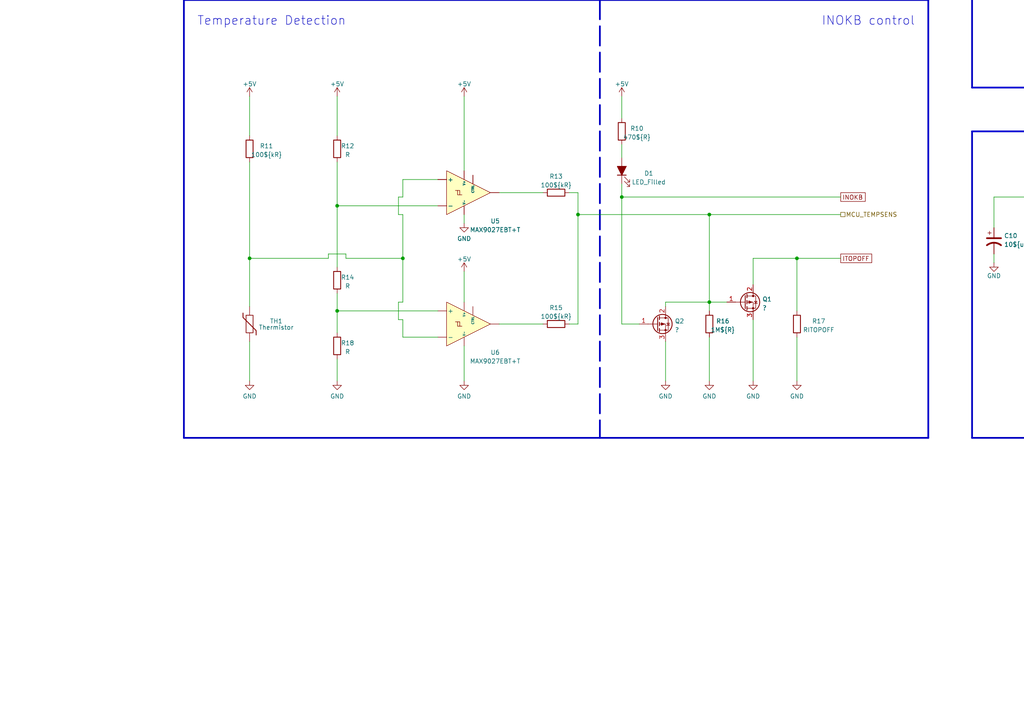
<source format=kicad_sch>
(kicad_sch (version 20211123) (generator eeschema)
  (paper "A4")
  (lib_symbols
    (symbol "0.Project:MAX77751CEFG+" (pin_names (offset 0.254))
      (property "Reference" "U" (at 12.7 -22.86 0))
      (property "Value" "MAX77751CEFG+" (at 12.7 -25.4 0))
      (symbol "MAX77751CEFG+_1_1"
        (rectangle (start 0 0) (end 25.4 -50.8) (fill (type background)))
        (pin unspecified line (at 27.94 -6.35 180) (length 2.54) (name "BST") (number "1"))
        (pin unspecified line (at 27.94 -31.75 180) (length 2.54) (name "SYS") (number "15"))
        (pin unspecified line (at 27.94 -31.75 180) (length 2.54) hide (name "SYS") (number "16"))
        (pin output line (at 27.94 -44.45 180) (length 2.54) (name "PVL") (number "17"))
        (pin power_in line (at 12.7 -53.34 90) (length 2.54) hide (name "PGND") (number "18"))
        (pin power_in line (at 12.7 -53.34 90) (length 2.54) (name "PGND") (number "19"))
        (pin unspecified line (at 27.94 -19.05 180) (length 2.54) (name "LX") (number "20"))
        (pin unspecified line (at 27.94 -19.05 180) (length 2.54) hide (name "LX") (number "21"))
        (pin output line (at -2.54 -6.35 0) (length 2.54) (name "BYP") (number "22"))
      )
      (symbol "MAX77751CEFG+_2_1"
        (rectangle (start 0 0) (end 25.4 -50.8) (fill (type background)))
        (pin power_in line (at 12.7 2.54 270) (length 2.54) (name "VDD") (number "10"))
        (pin unspecified line (at 27.94 -25.4 180) (length 2.54) (name "ITOPOFF") (number "11"))
        (pin unspecified line (at 27.94 -41.91 180) (length 2.54) (name "IFAST") (number "12"))
        (pin unspecified line (at 27.94 -12.7 180) (length 2.54) (name "BATT") (number "13"))
        (pin unspecified line (at 27.94 -12.7 180) (length 2.54) hide (name "BATT") (number "14"))
        (pin input line (at 27.94 -34.29 180) (length 2.54) (name "INOKB") (number "2"))
        (pin input line (at -2.54 -6.35 0) (length 2.54) (name "CHGIN") (number "23"))
        (pin input line (at -2.54 -6.35 0) (length 2.54) hide (name "CHGIN") (number "24"))
        (pin output line (at 27.94 -36.83 180) (length 2.54) (name "STAT") (number "3"))
        (pin unspecified line (at -2.54 -45.72 0) (length 2.54) (name "CC2") (number "4"))
        (pin unspecified line (at -2.54 -43.18 0) (length 2.54) (name "CC1") (number "5"))
        (pin output line (at -2.54 -24.13 0) (length 2.54) (name "DP") (number "6"))
        (pin output line (at -2.54 -26.67 0) (length 2.54) (name "DN") (number "7"))
        (pin input line (at 27.94 -39.37 180) (length 2.54) (name "ENBST") (number "8"))
        (pin power_in line (at 12.7 -53.34 90) (length 2.54) (name "GND") (number "9"))
      )
    )
    (symbol "0.Project:MAX9027EBT+T" (pin_numbers hide) (pin_names (offset 0.254))
      (property "Reference" "U" (at 0 0 0))
      (property "Value" "MAX9027EBT+T" (at 0 0 0))
      (symbol "MAX9027EBT+T_0_1"
        (polyline (pts (xy 3.175 -5.715) (xy 3.81 -5.715) (xy 3.81 -6.985)))
        (polyline (pts (xy 2.54 -5.715) (xy 3.175 -5.715) (xy 3.175 -6.985) (xy 4.445 -6.985)))
      )
      (symbol "MAX9027EBT+T_1_1"
        (polyline (pts (xy 0 -12.7) (xy 0 0) (xy 12.7 -6.35) (xy 0 -12.7)) (fill (type background)))
        (pin input line (at 7.62 -1.27 270) (length 2.54) (name "CTRL") (number "14"))
        (pin power_in line (at 5.08 0 270) (length 2.54) (name "V+") (number "A1"))
        (pin output line (at 15.24 -6.35 180) (length 2.54) (name "") (number "A2"))
        (pin power_in line (at 5.08 -12.7 90) (length 2.54) (name "V-") (number "A3"))
        (pin input line (at -2.54 -2.54 0) (length 2.54) (name "+") (number "B1"))
        (pin power_in line (at 5.08 -12.7 90) (length 2.54) hide (name "V-") (number "B2"))
        (pin input line (at -2.54 -10.16 0) (length 2.54) (name "-") (number "B3"))
      )
    )
    (symbol "1.Inductors.L_SRN_LAB2:L_SRN_2016_2010-R47M" (pin_numbers hide) (pin_names (offset 1.016) hide)
      (property "Reference" "L" (at -1.27 0 90))
      (property "Value" "L_SRN_2016_2010-R47M" (at 2.794 0 90))
      (symbol "L_SRN_2016_2010-R47M_0_1"
        (arc (start 0 -2.54) (mid 0.635 -1.905) (end 0 -1.27))
        (arc (start 0 -1.27) (mid 0.635 -0.635) (end 0 0))
        (polyline (pts (xy 1.016 -2.794) (xy 1.016 -2.286)))
        (polyline (pts (xy 1.016 -1.778) (xy 1.016 -1.27)))
        (polyline (pts (xy 1.016 -0.762) (xy 1.016 -0.254)))
        (polyline (pts (xy 1.016 0.254) (xy 1.016 0.762)))
        (polyline (pts (xy 1.016 1.27) (xy 1.016 1.778)))
        (polyline (pts (xy 1.016 2.286) (xy 1.016 2.794)))
        (polyline (pts (xy 1.524 -2.286) (xy 1.524 -2.794)))
        (polyline (pts (xy 1.524 -1.27) (xy 1.524 -1.778)))
        (polyline (pts (xy 1.524 -0.254) (xy 1.524 -0.762)))
        (polyline (pts (xy 1.524 0.762) (xy 1.524 0.254)))
        (polyline (pts (xy 1.524 1.778) (xy 1.524 1.27)))
        (polyline (pts (xy 1.524 2.794) (xy 1.524 2.286)))
        (arc (start 0 0) (mid 0.635 0.635) (end 0 1.27))
        (arc (start 0 1.27) (mid 0.635 1.905) (end 0 2.54))
      )
      (symbol "L_SRN_2016_2010-R47M_1_1"
        (pin passive line (at 0 3.81 270) (length 1.27) (name "1") (number "1"))
        (pin passive line (at 0 -3.81 90) (length 1.27) (name "2") (number "2"))
      )
    )
    (symbol "4ms_Connector:TestPoint" (pin_numbers hide) (pin_names (offset 0.762) hide)
      (property "Reference" "TP" (at 0 6.858 0))
      (property "Value" "TestPoint" (at 0 5.08 0))
      (symbol "TestPoint_0_1"
        (circle (center 0 3.302) (radius 0.762))
      )
      (symbol "TestPoint_1_1"
        (pin passive line (at 0 0 90) (length 2.54) (name "1") (number "1"))
      )
    )
    (symbol "4ms_Power-symbol:GND" (power) (pin_names (offset 0))
      (property "Value" "GND" (at 0 -3.81 0))
      (symbol "GND_0_1"
        (polyline (pts (xy 0 0) (xy 0 -1.27) (xy 1.27 -1.27) (xy 0 -2.54) (xy -1.27 -1.27) (xy 0 -1.27)))
      )
      (symbol "GND_1_1"
        (pin power_in line (at 0 0 270) (length 0) hide (name "GND") (number "1"))
      )
    )
    (symbol "4ms_Power-symbol:PWR_FLAG" (power) (pin_numbers hide) (pin_names (offset 0) hide)
      (property "Value" "PWR_FLAG" (at 0 3.81 0))
      (symbol "PWR_FLAG_0_0"
        (pin power_out line (at 0 0 90) (length 0) (name "pwr") (number "1"))
      )
      (symbol "PWR_FLAG_0_1"
        (polyline (pts (xy 0 0) (xy 0 1.27) (xy -1.016 1.905) (xy 0 2.54) (xy 1.016 1.905) (xy 0 1.27)))
      )
    )
    (symbol "4ms_Transistor:PMOS_IRF5305PBF" (pin_names (offset 0) hide)
      (property "Reference" "Q" (at 5.08 1.27 0))
      (property "Value" "PMOS_IRF5305PBF" (at 5.08 -1.27 0))
      (symbol "PMOS_IRF5305PBF_0_1"
        (polyline (pts (xy 0.254 0) (xy -2.54 0)))
        (polyline (pts (xy 0.254 1.905) (xy 0.254 -1.905)) (stroke (width 0.254)))
        (polyline (pts (xy 0.762 -1.27) (xy 0.762 -2.286)) (stroke (width 0.254)))
        (polyline (pts (xy 0.762 0.508) (xy 0.762 -0.508)) (stroke (width 0.254)))
        (polyline (pts (xy 0.762 2.286) (xy 0.762 1.27)) (stroke (width 0.254)))
        (polyline (pts (xy 2.54 2.54) (xy 2.54 1.778)))
        (polyline (pts (xy 2.54 -2.54) (xy 2.54 0) (xy 0.762 0)))
        (polyline (pts (xy 0.762 1.778) (xy 3.302 1.778) (xy 3.302 -1.778) (xy 0.762 -1.778)))
        (polyline (pts (xy 2.286 0) (xy 1.27 0.381) (xy 1.27 -0.381) (xy 2.286 0)) (fill (type outline)))
        (polyline (pts (xy 2.794 -0.508) (xy 2.921 -0.381) (xy 3.683 -0.381) (xy 3.81 -0.254)))
        (polyline (pts (xy 3.302 -0.381) (xy 2.921 0.254) (xy 3.683 0.254) (xy 3.302 -0.381)))
        (circle (center 1.651 0) (radius 2.794) (stroke (width 0.254)))
        (circle (center 2.54 -1.778) (radius 0.254) (fill (type outline)))
        (circle (center 2.54 1.778) (radius 0.254) (fill (type outline)))
      )
      (symbol "PMOS_IRF5305PBF_1_1"
        (pin input line (at -5.08 0 0) (length 2.54) (name "G") (number "1"))
        (pin passive line (at 2.54 5.08 270) (length 2.54) (name "D") (number "2"))
        (pin passive line (at 2.54 -5.08 90) (length 2.54) (name "S") (number "3"))
      )
    )
    (symbol "Battery_Management:LTC2942"
      (property "Reference" "U" (at -10.16 6.35 0))
      (property "Value" "LTC2942" (at 10.16 6.35 0))
      (symbol "LTC2942_0_1"
        (rectangle (start -10.16 5.08) (end 10.16 -5.08) (stroke (width 0.254)) (fill (type background)))
      )
      (symbol "LTC2942_1_1"
        (pin passive line (at 12.7 2.54 180) (length 2.54) (name "SENSE+") (number "1"))
        (pin power_in line (at 0 -7.62 90) (length 2.54) (name "GND") (number "2"))
        (pin input line (at -12.7 0 0) (length 2.54) (name "SCL") (number "3"))
        (pin bidirectional line (at -12.7 -2.54 0) (length 2.54) (name "SDA") (number "4"))
        (pin bidirectional line (at -12.7 2.54 0) (length 2.54) (name "~{AL}/CC") (number "5"))
        (pin passive line (at 12.7 -2.54 180) (length 2.54) (name "SENSE-") (number "6"))
      )
    )
    (symbol "Device:Battery_Cell" (pin_numbers hide) (pin_names (offset 0) hide)
      (property "Reference" "BT" (at 2.54 2.54 0))
      (property "Value" "Battery_Cell" (at 2.54 0 0))
      (symbol "Battery_Cell_0_1"
        (rectangle (start -2.286 1.778) (end 2.286 1.524) (fill (type outline)))
        (rectangle (start -1.5748 1.1938) (end 1.4732 0.6858) (fill (type outline)))
        (polyline (pts (xy 0 0.762) (xy 0 0)))
        (polyline (pts (xy 0 1.778) (xy 0 2.54)))
        (polyline (pts (xy 0.508 3.429) (xy 1.524 3.429)) (stroke (width 0.254)))
        (polyline (pts (xy 1.016 3.937) (xy 1.016 2.921)) (stroke (width 0.254)))
      )
      (symbol "Battery_Cell_1_1"
        (pin passive line (at 0 5.08 270) (length 2.54) (name "+") (number "1"))
        (pin passive line (at 0 -2.54 90) (length 2.54) (name "-") (number "2"))
      )
    )
    (symbol "Device:C" (pin_numbers hide) (pin_names (offset 0.254))
      (property "Reference" "C" (at 0.635 2.54 0))
      (property "Value" "C" (at 0.635 -2.54 0))
      (symbol "C_0_1"
        (polyline (pts (xy -2.032 -0.762) (xy 2.032 -0.762)) (stroke (width 0.508)))
        (polyline (pts (xy -2.032 0.762) (xy 2.032 0.762)) (stroke (width 0.508)))
      )
      (symbol "C_1_1"
        (pin passive line (at 0 3.81 270) (length 2.794) (name "~") (number "1"))
        (pin passive line (at 0 -3.81 90) (length 2.794) (name "~") (number "2"))
      )
    )
    (symbol "Device:C_Polarized_US" (pin_numbers hide) (pin_names (offset 0.254) hide)
      (property "Reference" "C" (at 0.635 2.54 0))
      (property "Value" "C_Polarized_US" (at 0.635 -2.54 0))
      (symbol "C_Polarized_US_0_1"
        (polyline (pts (xy -2.032 0.762) (xy 2.032 0.762)) (stroke (width 0.508)))
        (polyline (pts (xy -1.778 2.286) (xy -0.762 2.286)))
        (polyline (pts (xy -1.27 1.778) (xy -1.27 2.794)))
        (arc (start 2.032 -1.27) (mid 0 -0.5572) (end -2.032 -1.27) (stroke (width 0.508)))
      )
      (symbol "C_Polarized_US_1_1"
        (pin passive line (at 0 3.81 270) (length 2.794) (name "~") (number "1"))
        (pin passive line (at 0 -3.81 90) (length 3.302) (name "~") (number "2"))
      )
    )
    (symbol "Device:LED_Filled" (pin_numbers hide) (pin_names (offset 1.016) hide)
      (property "Reference" "D" (at 0 2.54 0))
      (property "Value" "LED_Filled" (at 0 -2.54 0))
      (symbol "LED_Filled_0_1"
        (polyline (pts (xy -1.27 -1.27) (xy -1.27 1.27)) (stroke (width 0.254)))
        (polyline (pts (xy -1.27 0) (xy 1.27 0)))
        (polyline (pts (xy 1.27 -1.27) (xy 1.27 1.27) (xy -1.27 0) (xy 1.27 -1.27)) (stroke (width 0.254)) (fill (type outline)))
        (polyline (pts (xy -3.048 -0.762) (xy -4.572 -2.286) (xy -3.81 -2.286) (xy -4.572 -2.286) (xy -4.572 -1.524)))
        (polyline (pts (xy -1.778 -0.762) (xy -3.302 -2.286) (xy -2.54 -2.286) (xy -3.302 -2.286) (xy -3.302 -1.524)))
      )
      (symbol "LED_Filled_1_1"
        (pin passive line (at -3.81 0 0) (length 2.54) (name "K") (number "1"))
        (pin passive line (at 3.81 0 180) (length 2.54) (name "A") (number "2"))
      )
    )
    (symbol "Device:R" (pin_numbers hide) (pin_names (offset 0))
      (property "Reference" "R" (at 2.032 0 90))
      (property "Value" "R" (at 0 0 90))
      (symbol "R_0_1"
        (rectangle (start -1.016 -2.54) (end 1.016 2.54) (stroke (width 0.254)))
      )
      (symbol "R_1_1"
        (pin passive line (at 0 3.81 270) (length 1.27) (name "~") (number "1"))
        (pin passive line (at 0 -3.81 90) (length 1.27) (name "~") (number "2"))
      )
    )
    (symbol "Device:Thermistor" (pin_numbers hide) (pin_names (offset 0))
      (property "Reference" "TH" (at 2.54 1.27 90))
      (property "Value" "Thermistor" (at -2.54 0 90))
      (symbol "Thermistor_0_1"
        (rectangle (start -1.016 2.54) (end 1.016 -2.54) (stroke (width 0.2032)))
        (polyline (pts (xy -1.905 3.175) (xy -1.905 1.905) (xy 1.905 -1.905) (xy 1.905 -3.175) (xy 1.905 -3.175)) (stroke (width 0.254)))
      )
      (symbol "Thermistor_1_1"
        (pin passive line (at 0 5.08 270) (length 2.54) (name "~") (number "1"))
        (pin passive line (at 0 -5.08 90) (length 2.54) (name "~") (number "2"))
      )
    )
    (symbol "MAX77751CEFG+_1" (pin_names (offset 0.254))
      (property "Reference" "U" (at 12.7 -22.86 0))
      (property "Value" "MAX77751CEFG+_1" (at 12.7 -25.4 0))
      (symbol "MAX77751CEFG+_1_1_1"
        (rectangle (start 0 0) (end 25.4 -50.8) (fill (type background)))
        (pin unspecified line (at 27.94 -6.35 180) (length 2.54) (name "BST") (number "1"))
        (pin unspecified line (at 27.94 -31.75 180) (length 2.54) (name "SYS") (number "15"))
        (pin unspecified line (at 27.94 -31.75 180) (length 2.54) hide (name "SYS") (number "16"))
        (pin output line (at 27.94 -44.45 180) (length 2.54) (name "PVL") (number "17"))
        (pin power_in line (at 12.7 -53.34 90) (length 2.54) hide (name "PGND") (number "18"))
        (pin power_in line (at 12.7 -53.34 90) (length 2.54) (name "PGND") (number "19"))
        (pin unspecified line (at 27.94 -19.05 180) (length 2.54) (name "LX") (number "20"))
        (pin unspecified line (at 27.94 -19.05 180) (length 2.54) hide (name "LX") (number "21"))
        (pin output line (at -2.54 -6.35 0) (length 2.54) (name "BYP") (number "22"))
      )
      (symbol "MAX77751CEFG+_1_2_1"
        (rectangle (start 0 0) (end 25.4 -50.8) (fill (type background)))
        (pin power_in line (at 12.7 2.54 270) (length 2.54) (name "VDD") (number "10"))
        (pin unspecified line (at 27.94 -25.4 180) (length 2.54) (name "ITOPOFF") (number "11"))
        (pin unspecified line (at 27.94 -41.91 180) (length 2.54) (name "IFAST") (number "12"))
        (pin unspecified line (at 27.94 -12.7 180) (length 2.54) (name "BATT") (number "13"))
        (pin unspecified line (at 27.94 -12.7 180) (length 2.54) hide (name "BATT") (number "14"))
        (pin input line (at 27.94 -34.29 180) (length 2.54) (name "INOKB") (number "2"))
        (pin input line (at -2.54 -6.35 0) (length 2.54) (name "CHGIN") (number "23"))
        (pin input line (at -2.54 -6.35 0) (length 2.54) hide (name "CHGIN") (number "24"))
        (pin output line (at 27.94 -36.83 180) (length 2.54) (name "STAT") (number "3"))
        (pin unspecified line (at -2.54 -45.72 0) (length 2.54) (name "CC2") (number "4"))
        (pin unspecified line (at -2.54 -43.18 0) (length 2.54) (name "CC1") (number "5"))
        (pin output line (at -2.54 -22.86 0) (length 2.54) (name "DP") (number "6"))
        (pin output line (at -2.54 -27.94 0) (length 2.54) (name "DN") (number "7"))
        (pin input line (at 27.94 -39.37 180) (length 2.54) (name "ENBST") (number "8"))
        (pin power_in line (at 12.7 -53.34 90) (length 2.54) (name "GND") (number "9"))
      )
    )
    (symbol "MAX9027EBT+T_1" (pin_numbers hide) (pin_names (offset 0.254))
      (property "Reference" "U" (at 0 0 0))
      (property "Value" "MAX9027EBT+T_1" (at 0 0 0))
      (symbol "MAX9027EBT+T_1_0_1"
        (polyline (pts (xy 3.175 -5.715) (xy 3.81 -5.715) (xy 3.81 -6.985)))
        (polyline (pts (xy 2.54 -5.715) (xy 3.175 -5.715) (xy 3.175 -6.985) (xy 4.445 -6.985)))
      )
      (symbol "MAX9027EBT+T_1_1_1"
        (polyline (pts (xy 0 -12.7) (xy 0 0) (xy 12.7 -6.35) (xy 0 -12.7)) (fill (type background)))
        (pin input line (at 7.62 -1.27 270) (length 2.54) (name "CTRL") (number "14"))
        (pin power_in line (at 5.08 0 270) (length 2.54) (name "V+") (number "A1"))
        (pin output line (at 15.24 -6.35 180) (length 2.54) (name "") (number "A2"))
        (pin power_in line (at 5.08 -12.7 90) (length 2.54) (name "V-") (number "A3"))
        (pin input line (at -2.54 -2.54 0) (length 2.54) (name "+") (number "B1"))
        (pin power_in line (at 5.08 -12.7 90) (length 2.54) hide (name "V-") (number "B2"))
        (pin input line (at -2.54 -10.16 0) (length 2.54) (name "-") (number "B3"))
      )
    )
    (symbol "power:+5V" (power) (pin_names (offset 0))
      (property "Value" "+5V" (at 0 3.556 0))
      (symbol "+5V_0_1"
        (polyline (pts (xy -0.762 1.27) (xy 0 2.54)))
        (polyline (pts (xy 0 0) (xy 0 2.54)))
        (polyline (pts (xy 0 2.54) (xy 0.762 1.27)))
      )
      (symbol "+5V_1_1"
        (pin power_in line (at 0 0 90) (length 0) hide (name "+5V") (number "1"))
      )
    )
    (symbol "power:+BATT" (power) (pin_names (offset 0))
      (property "Value" "+BATT" (at 0 3.556 0))
      (symbol "+BATT_0_1"
        (polyline (pts (xy -0.762 1.27) (xy 0 2.54)))
        (polyline (pts (xy 0 0) (xy 0 2.54)))
        (polyline (pts (xy 0 2.54) (xy 0.762 1.27)))
      )
      (symbol "+BATT_1_1"
        (pin power_in line (at 0 0 90) (length 0) hide (name "+BATT") (number "1"))
      )
    )
    (symbol "power:GND" (power) (pin_names (offset 0))
      (property "Value" "GND" (at 0 -3.81 0))
      (symbol "GND_0_1"
        (polyline (pts (xy 0 0) (xy 0 -1.27) (xy 1.27 -1.27) (xy 0 -2.54) (xy -1.27 -1.27) (xy 0 -1.27)))
      )
      (symbol "GND_1_1"
        (pin power_in line (at 0 0 270) (length 0) hide (name "GND") (number "1"))
      )
    )
    (symbol "power:VBUS" (power) (pin_names (offset 0))
      (property "Value" "VBUS" (at 0 3.81 0))
      (symbol "VBUS_0_1"
        (polyline (pts (xy -0.762 1.27) (xy 0 2.54)))
        (polyline (pts (xy 0 0) (xy 0 2.54)))
        (polyline (pts (xy 0 2.54) (xy 0.762 1.27)))
      )
      (symbol "VBUS_1_1"
        (pin power_in line (at 0 0 90) (length 0) hide (name "VBUS") (number "1"))
      )
    )
  )
  (junction (at 72.39 74.93))
  (junction (at 205.74 62.23))
  (junction (at 231.14 74.93))
  (junction (at 377.19 82.55))
  (junction (at 370.84 82.55))
  (junction (at 116.84 74.93))
  (junction (at 205.74 87.63))
  (junction (at 250.19 -52.07))
  (junction (at 180.34 57.15))
  (junction (at 167.64 62.23))
  (junction (at 370.84 69.85))
  (junction (at 370.84 -63.5))
  (junction (at 97.79 59.69))
  (junction (at 250.19 -64.77))
  (junction (at 389.89 82.55))
  (junction (at 300.99 57.15))
  (junction (at 396.24 82.55))
  (junction (at 97.79 90.17))
  (junction (at 313.69 -63.5))
  (no_connect (at 330.2 -22.86))
  (no_connect (at 330.2 -27.94))
  (polyline (pts (xy 193.04 -101.6) (xy 193.04 -12.7)) (stroke (width 0.508) (type solid)))
  (wire (pts (xy 396.24 82.55) (xy 408.94 82.55)))
  (wire (pts (xy 370.84 3.81) (xy 370.84 10.16)))
  (polyline (pts (xy 269.24 -12.7) (xy 269.24 -101.6)) (stroke (width 0.508) (type solid)))
  (wire (pts (xy 97.79 27.94) (xy 97.79 39.37)))
  (wire (pts (xy 72.39 74.93) (xy 72.39 88.9)))
  (wire (pts (xy 97.79 59.69) (xy 127 59.69)))
  (polyline (pts (xy 53.34 127) (xy 269.24 127)) (stroke (width 0.508) (type solid)))
  (wire (pts (xy 115.57 57.15) (xy 115.57 62.23)))
  (wire (pts (xy 116.84 62.23) (xy 116.84 74.93)))
  (wire (pts (xy 165.1 93.98) (xy 167.64 93.98)))
  (wire (pts (xy 360.68 -11.43) (xy 383.54 -11.43)))
  (wire (pts (xy 218.44 82.55) (xy 218.44 74.93)))
  (wire (pts (xy 116.84 92.71) (xy 116.84 97.79)))
  (wire (pts (xy 116.84 74.93) (xy 116.84 87.63)))
  (polyline (pts (xy 269.24 127) (xy 269.24 0)) (stroke (width 0.508) (type solid)))
  (wire (pts (xy 127 90.17) (xy 97.79 90.17)))
  (wire (pts (xy 218.44 92.71) (xy 218.44 110.49)))
  (wire (pts (xy 115.57 62.23) (xy 116.84 62.23)))
  (wire (pts (xy 97.79 104.14) (xy 97.79 110.49)))
  (wire (pts (xy 134.62 62.23) (xy 134.62 64.77)))
  (wire (pts (xy 97.79 59.69) (xy 97.79 77.47)))
  (wire (pts (xy 377.19 91.44) (xy 377.19 82.55)))
  (wire (pts (xy 300.99 73.66) (xy 300.99 76.2)))
  (wire (pts (xy 231.14 74.93) (xy 231.14 90.17)))
  (wire (pts (xy 116.84 87.63) (xy 115.57 87.63)))
  (polyline (pts (xy 421.64 -101.6) (xy 281.94 -101.6)) (stroke (width 0.508) (type solid)))
  (wire (pts (xy 218.44 74.93) (xy 231.14 74.93)))
  (wire (pts (xy 320.04 -60.96) (xy 320.04 -63.5)))
  (wire (pts (xy 157.48 93.98) (xy 144.78 93.98)))
  (wire (pts (xy 246.38 -60.96) (xy 241.3 -60.96)))
  (wire (pts (xy 383.54 10.16) (xy 383.54 -11.43)))
  (wire (pts (xy 389.89 99.06) (xy 389.89 106.68)))
  (wire (pts (xy 377.19 82.55) (xy 389.89 82.55)))
  (wire (pts (xy 396.24 78.74) (xy 396.24 82.55)))
  (wire (pts (xy 250.19 -74.93) (xy 250.19 -64.77)))
  (wire (pts (xy 350.52 95.25) (xy 350.52 88.9)))
  (wire (pts (xy 205.74 62.23) (xy 243.84 62.23)))
  (wire (pts (xy 97.79 46.99) (xy 97.79 59.69)))
  (wire (pts (xy 370.84 -73.66) (xy 370.84 -63.5)))
  (wire (pts (xy 231.14 74.93) (xy 243.84 74.93)))
  (wire (pts (xy 320.04 -63.5) (xy 313.69 -63.5)))
  (wire (pts (xy 377.19 -63.5) (xy 370.84 -63.5)))
  (wire (pts (xy 350.52 88.9) (xy 364.49 88.9)))
  (wire (pts (xy 300.99 57.15) (xy 317.5 57.15)))
  (wire (pts (xy 157.48 55.88) (xy 144.78 55.88)))
  (wire (pts (xy 377.19 -60.96) (xy 377.19 -63.5)))
  (wire (pts (xy 370.84 72.39) (xy 370.84 69.85)))
  (wire (pts (xy 116.84 97.79) (xy 127 97.79)))
  (polyline (pts (xy 269.24 -101.6) (xy 193.04 -101.6)) (stroke (width 0.508) (type solid)))
  (wire (pts (xy 370.84 -8.89) (xy 370.84 -3.81)))
  (wire (pts (xy 72.39 46.99) (xy 72.39 74.93)))
  (wire (pts (xy 72.39 99.06) (xy 72.39 110.49)))
  (wire (pts (xy 408.94 78.74) (xy 408.94 82.55)))
  (wire (pts (xy 134.62 78.74) (xy 134.62 87.63)))
  (wire (pts (xy 347.98 95.25) (xy 350.52 95.25)))
  (wire (pts (xy 193.04 99.06) (xy 193.04 110.49)))
  (wire (pts (xy 364.49 99.06) (xy 364.49 106.68)))
  (wire (pts (xy 100.33 74.93) (xy 100.33 73.66)))
  (wire (pts (xy 370.84 -38.1) (xy 360.68 -38.1)))
  (wire (pts (xy 389.89 82.55) (xy 396.24 82.55)))
  (polyline (pts (xy 421.64 127) (xy 421.64 38.1)) (stroke (width 0.508) (type solid)))
  (wire (pts (xy 370.84 67.31) (xy 370.84 69.85)))
  (wire (pts (xy 250.19 -52.07) (xy 246.38 -55.88)))
  (polyline (pts (xy 53.34 0) (xy 269.24 0)) (stroke (width 0.508) (type solid)))
  (wire (pts (xy 370.84 -63.5) (xy 370.84 -38.1)))
  (wire (pts (xy 313.69 -44.45) (xy 330.2 -44.45)))
  (polyline (pts (xy 421.64 38.1) (xy 281.94 38.1)) (stroke (width 0.508) (type solid)))
  (wire (pts (xy 165.1 55.88) (xy 167.64 55.88)))
  (wire (pts (xy 205.74 87.63) (xy 205.74 90.17)))
  (wire (pts (xy 246.38 -55.88) (xy 241.3 -55.88)))
  (wire (pts (xy 370.84 59.69) (xy 370.84 57.15)))
  (wire (pts (xy 347.98 57.15) (xy 370.84 57.15)))
  (wire (pts (xy 250.19 -64.77) (xy 250.19 -62.23)))
  (wire (pts (xy 377.19 106.68) (xy 377.19 99.06)))
  (wire (pts (xy 313.69 -63.5) (xy 313.69 -44.45)))
  (wire (pts (xy 360.68 -25.4) (xy 383.54 -25.4)))
  (wire (pts (xy 347.98 82.55) (xy 370.84 82.55)))
  (wire (pts (xy 250.19 -64.77) (xy 246.38 -60.96)))
  (wire (pts (xy 116.84 57.15) (xy 115.57 57.15)))
  (polyline (pts (xy 281.94 127) (xy 421.64 127)) (stroke (width 0.508) (type solid)))
  (wire (pts (xy 360.68 -8.89) (xy 370.84 -8.89)))
  (polyline (pts (xy 193.04 -12.7) (xy 269.24 -12.7)) (stroke (width 0.508) (type solid)))
  (wire (pts (xy 180.34 41.91) (xy 180.34 45.72)))
  (wire (pts (xy 288.29 57.15) (xy 300.99 57.15)))
  (wire (pts (xy 313.69 -73.66) (xy 313.69 -63.5)))
  (wire (pts (xy 127 52.07) (xy 116.84 52.07)))
  (wire (pts (xy 180.34 93.98) (xy 185.42 93.98)))
  (wire (pts (xy 360.68 -16.51) (xy 383.54 -16.51)))
  (wire (pts (xy 231.14 97.79) (xy 231.14 110.49)))
  (polyline (pts (xy 281.94 38.1) (xy 281.94 127)) (stroke (width 0.508) (type solid)))
  (wire (pts (xy 180.34 57.15) (xy 243.84 57.15)))
  (wire (pts (xy 134.62 100.33) (xy 134.62 110.49)))
  (wire (pts (xy 370.84 82.55) (xy 370.84 80.01)))
  (wire (pts (xy 360.68 -13.97) (xy 383.54 -13.97)))
  (wire (pts (xy 364.49 88.9) (xy 364.49 91.44)))
  (wire (pts (xy 167.64 93.98) (xy 167.64 62.23)))
  (wire (pts (xy 116.84 74.93) (xy 100.33 74.93)))
  (polyline (pts (xy 173.99 0) (xy 173.99 127)) (stroke (width 0.508)))
  (wire (pts (xy 377.19 82.55) (xy 370.84 82.55)))
  (wire (pts (xy 205.74 62.23) (xy 205.74 87.63)))
  (wire (pts (xy 97.79 90.17) (xy 97.79 96.52)))
  (wire (pts (xy 320.04 -53.34) (xy 320.04 -50.8)))
  (wire (pts (xy 193.04 87.63) (xy 205.74 87.63)))
  (wire (pts (xy 180.34 27.94) (xy 180.34 34.29)))
  (wire (pts (xy 377.19 -53.34) (xy 377.19 -50.8)))
  (wire (pts (xy 180.34 53.34) (xy 180.34 57.15)))
  (wire (pts (xy 167.64 62.23) (xy 205.74 62.23)))
  (wire (pts (xy 134.62 27.94) (xy 134.62 49.53)))
  (wire (pts (xy 250.19 -52.07) (xy 250.19 -41.91)))
  (wire (pts (xy 100.33 73.66) (xy 95.25 73.66)))
  (wire (pts (xy 288.29 66.04) (xy 288.29 57.15)))
  (wire (pts (xy 250.19 -34.29) (xy 250.19 -25.4)))
  (wire (pts (xy 228.6 -25.4) (xy 228.6 -50.8)))
  (wire (pts (xy 72.39 27.94) (xy 72.39 39.37)))
  (wire (pts (xy 193.04 87.63) (xy 193.04 88.9)))
  (polyline (pts (xy 421.64 25.4) (xy 421.64 -101.6)) (stroke (width 0.508) (type solid)))
  (wire (pts (xy 72.39 74.93) (xy 95.25 74.93)))
  (wire (pts (xy 116.84 52.07) (xy 116.84 57.15)))
  (wire (pts (xy 95.25 73.66) (xy 95.25 74.93)))
  (wire (pts (xy 288.29 73.66) (xy 288.29 76.2)))
  (wire (pts (xy 332.74 104.14) (xy 332.74 106.68)))
  (wire (pts (xy 250.19 -54.61) (xy 250.19 -52.07)))
  (wire (pts (xy 205.74 87.63) (xy 210.82 87.63)))
  (polyline (pts (xy 281.94 -101.6) (xy 281.94 25.4)) (stroke (width 0.508) (type solid)))
  (wire (pts (xy 115.57 92.71) (xy 116.84 92.71)))
  (wire (pts (xy 167.64 62.23) (xy 167.64 55.88)))
  (wire (pts (xy 300.99 66.04) (xy 300.99 57.15)))
  (wire (pts (xy 347.98 69.85) (xy 370.84 69.85)))
  (polyline (pts (xy 281.94 25.4) (xy 421.64 25.4)) (stroke (width 0.508) (type solid)))
  (wire (pts (xy 115.57 87.63) (xy 115.57 92.71)))
  (polyline (pts (xy 53.34 0) (xy 53.34 127)) (stroke (width 0.508) (type solid)))
  (wire (pts (xy 389.89 82.55) (xy 389.89 91.44)))
  (wire (pts (xy 205.74 97.79) (xy 205.74 110.49)))
  (wire (pts (xy 97.79 90.17) (xy 97.79 85.09)))
  (wire (pts (xy 345.44 2.54) (xy 345.44 10.16)))
  (wire (pts (xy 180.34 57.15) (xy 180.34 93.98)))
  (text "Temperature Detection" (at 57.15 7.62 0) (effects (font (size 2.54 2.54)) (justify left bottom)))
  (text "INOKB control" (at 265.43 7.62 180) (effects (font (size 2.54 2.54)) (justify right bottom)))
  (label "INOKB" (at 383.54 -16.51 0))
  (label "CHARGE_STAT" (at 383.54 -13.97 0))
  (label "ITOPOFF" (at 383.54 -25.4 0))
  (global_label "USB_CC1" (shape bidirectional) (at 330.2 -7.62 180) (property "Intersheet References" "${INTERSHEET_REFS}" (effects hide)))
  (global_label "ITOPOFF" (shape passive) (at 243.84 74.93 0) (property "Intersheet References" "${INTERSHEET_REFS}" (effects hide)))
  (global_label "INOKB" (shape passive) (at 243.84 57.15 0) (property "Intersheet References" "${INTERSHEET_REFS}" (effects hide)))
  (global_label "BATT_I2C_SCL" (shape passive) (at 215.9 -58.42 180) (property "Intersheet References" "${INTERSHEET_REFS}" (effects hide)))
  (global_label "USB_CC2" (shape bidirectional) (at 330.2 -5.08 180) (property "Intersheet References" "${INTERSHEET_REFS}" (effects hide)))
  (global_label "BATT_ALARM" (shape passive) (at 215.9 -60.96 180) (property "Intersheet References" "${INTERSHEET_REFS}" (effects hide)))
  (global_label "BATT_I2C_SDA" (shape passive) (at 215.9 -55.88 180) (property "Intersheet References" "${INTERSHEET_REFS}" (effects hide)))
  (hierarchical_label "MCU_TEMPSENS" (shape passive) (at 243.84 62.23 0))
  (symbol (lib_id "power:+5V") (at 134.62 27.94 0) (unit 1)
    (property "Reference" "#PWR0165" (effects hide))
    (property "Value" "+5V" (at 134.62 24.3642 0))
  )
  (symbol (lib_id "4ms_Connector:TestPoint") (at 250.19 -64.77 270) (unit 1)
    (property "Reference" "TP1" (at 259.3227 -65.6047 90))
    (property "Value" "TestPoint" (at 259.3227 -63.0678 90))
  )
  (symbol (lib_id "power:GND") (at 364.49 106.68 0) (unit 1)
    (property "Reference" "#PWR0119" (effects hide))
    (property "Value" "GND" (at 364.49 110.49 0))
  )
  (symbol (lib_id "Battery_Management:LTC2942") (at 228.6 -58.42 0) (unit 1)
    (property "Reference" "U1" (at 224.4687 -67.1998 0) (effects (justify left)))
    (property "Value" "LTC2942" (at 232.7313 -64.6629 0) (effects (justify right)))
    (property "Footprint" "Package_DFN_QFN:DFN-6-1EP_3x2mm_P0.5mm_EP1.65x1.35mm" (effects hide))
    (property "Datasheet" "https://www.analog.com/media/en/technical-documentation/data-sheets/2942fa.pdf" (effects hide))
  )
  (symbol (lib_id "4ms_Power-symbol:GND") (at 250.19 -25.4 0) (unit 1)
    (property "Reference" "#PWR0170" (effects hide))
    (property "Value" "GND" (at 250.19 -20.9566 0))
  )
  (symbol (lib_id "Device:C_Polarized_US") (at 377.19 -57.15 0) (unit 1)
    (property "Reference" "C2" (at 380.111 -58.6197 0) (effects (justify left)))
    (property "Value" "10${uF}" (at 380.111 -56.0828 0) (effects (justify left)))
    (property "Footprint" "Capacitor_Tantalum_SMD:CP_EIA-2012-15_AVX-P" (effects hide))
  )
  (symbol (lib_id "4ms_Power-symbol:GND") (at 134.62 64.77 0) (unit 1)
    (property "Reference" "#PWR0173" (effects hide))
    (property "Value" "GND" (at 134.62 69.2134 0))
  )
  (symbol (lib_id "4ms_Power-symbol:GND") (at 345.44 10.16 0) (unit 1)
    (property "Reference" "#PWR0147" (effects hide))
    (property "Value" "GND" (at 345.44 14.6034 0))
  )
  (symbol (lib_id "Device:R") (at 231.14 93.98 0) (unit 1)
    (property "Reference" "R17" (at 237.4726 93.1453 0))
    (property "Value" "RITOPOFF" (at 237.4726 95.6822 0))
    (property "Footprint" "Resistor_SMD:R_0603_1608Metric" (effects hide))
  )
  (symbol (lib_id "Device:C") (at 364.49 95.25 0) (unit 1)
    (property "Reference" "C12" (at 367.411 94.4153 0) (effects (justify left)))
    (property "Value" "2.2${uF}" (at 367.411 96.9522 0) (effects (justify left)))
    (property "Footprint" "Capacitor_SMD:C_0201_0603Metric" (effects hide))
  )
  (symbol (lib_id "power:+5V") (at 408.94 78.74 0) (unit 1)
    (property "Reference" "#PWR0116" (effects hide))
    (property "Value" "+5V" (at 408.94 75.1642 0))
  )
  (symbol (lib_id "power:+5V") (at 97.79 27.94 0) (unit 1)
    (property "Reference" "#PWR0102" (effects hide))
    (property "Value" "+5V" (at 97.79 24.3642 0))
  )
  (symbol (lib_id "Device:R") (at 161.29 93.98 90) (unit 1)
    (property "Reference" "R15" (at 161.29 89.2642 90))
    (property "Value" "100${kR}" (at 161.29 91.8011 90))
    (property "Footprint" "Resistor_SMD:R_0603_1608Metric" (effects hide))
  )
  (symbol (lib_id "power:GND") (at 377.19 -50.8 0) (unit 1)
    (property "Reference" "#PWR0154" (effects hide))
    (property "Value" "GND" (at 377.19 -46.99 0))
  )
  (symbol (lib_id "power:VBUS") (at 313.69 -73.66 0) (unit 1)
    (property "Reference" "#PWR0166" (effects hide))
    (property "Value" "VBUS" (at 313.69 -77.2358 0))
  )
  (symbol (lib_id "Device:C") (at 370.84 63.5 0) (unit 1)
    (property "Reference" "C9" (at 373.761 62.6653 0) (effects (justify left)))
    (property "Value" "100nF" (at 373.761 65.2022 0) (effects (justify left)))
    (property "Footprint" "Capacitor_SMD:C_0201_0603Metric" (effects hide))
  )
  (symbol (lib_id "4ms_Transistor:PMOS_IRF5305PBF") (at 190.5 93.98 0) (unit 1)
    (property "Reference" "Q2" (at 195.707 93.1453 0) (effects (justify left)))
    (property "Value" "?" (at 195.707 95.6822 0) (effects (justify left)))
    (property "Footprint" "Package_TO_SOT_SMD:SOT-23-5" (effects hide))
    (property "Datasheet" "Datasheet" (effects hide))
    (property "Specifications" "PMOSFET 55V -31A 60mOhm" (effects hide))
    (property "Manufacturer" "Infineon Technologies" (effects hide))
    (property "Part Number" "IRF5305PBF" (effects hide))
  )
  (symbol (lib_id "4ms_Power-symbol:GND") (at 72.39 110.49 0) (unit 1)
    (property "Reference" "#PWR0115" (effects hide))
    (property "Value" "GND" (at 72.39 114.9334 0))
  )
  (symbol (lib_id "power:GND") (at 300.99 76.2 0) (unit 1)
    (property "Reference" "#PWR0156" (effects hide))
    (property "Value" "GND" (at 300.99 80.01 0))
  )
  (symbol (lib_id "4ms_Power-symbol:GND") (at 134.62 110.49 0) (unit 1)
    (property "Reference" "#PWR0158" (effects hide))
    (property "Value" "GND" (at 134.62 114.9334 0))
  )
  (symbol (lib_id "Device:R") (at 370.84 0 0) (unit 1)
    (property "Reference" "R9" (at 374.3812 -1.1787 0))
    (property "Value" "CONFIG" (at 374.3812 0.7876 0) (effects (font (size 0.635 0.635))))
    (property "Footprint" "Resistor_SMD:R_0603_1608Metric" (effects hide))
    (property "Status" "DNP" (at 374.3812 2.1832 0) (effects (font (size 0.635 0.635))))
  )
  (symbol (lib_id "Device:Battery_Cell") (at 250.19 -36.83 0) (unit 1)
    (property "Reference" "BT1" (at 253.111 -39.6967 0) (effects (justify left)))
    (property "Value" "Batt" (at 253.111 -37.1598 0) (effects (justify left)))
    (property "Footprint" "Connector_JST:JST_EH_S2B-EH_1x02_P2.50mm_Horizontal" (effects hide))
  )
  (symbol (lib_id "Device:C_Polarized_US") (at 288.29 69.85 0) (unit 1)
    (property "Reference" "C10" (at 291.211 68.3803 0) (effects (justify left)))
    (property "Value" "10${uF}" (at 291.211 70.9172 0) (effects (justify left)))
    (property "Footprint" "Capacitor_Tantalum_SMD:CP_EIA-2012-15_AVX-P" (effects hide))
  )
  (symbol (lib_id "power:+BATT") (at 250.19 -74.93 0) (unit 1)
    (property "Reference" "#PWR0168" (effects hide))
    (property "Value" "+BATT" (at 250.19 -78.5058 0))
  )
  (symbol (lib_id "0.Project:MAX9027EBT+T") (at 129.54 87.63 0) (unit 1)
    (property "Reference" "U6" (at 143.6266 102.2334 0))
    (property "Value" "MAX9027EBT+T" (at 143.6266 104.7703 0))
    (property "Footprint" "0:MAX9027EBT-T" (effects hide))
    (property "Datasheet" "https://www.analog.com/media/en/technical-documentation/data-sheets/max9025-max9028.pdf" (effects hide))
  )
  (symbol (lib_id "power:GND") (at 389.89 106.68 0) (unit 1)
    (property "Reference" "#PWR0122" (effects hide))
    (property "Value" "GND" (at 389.89 110.49 0))
  )
  (symbol (lib_name "MAX77751CEFG+_1") (lib_id "0.Project:MAX77751CEFG+") (at 332.74 -50.8 0) (unit 2)
    (property "Reference" "U2" (at 357.2429 -54.8841 0) (effects (font (size 1.524 1.524))))
    (property "Value" "MAX77751CEFG+" (at 357.2429 -51.8907 0) (effects (font (size 1.524 1.524))))
    (property "Footprint" "1.Power.BattMgmt:MAX77751CEFG+" (effects hide))
    (property "Datasheet" "https://datasheets.maximintegrated.com/en/ds/MAX77751.pdf" (effects hide))
  )
  (symbol (lib_id "4ms_Power-symbol:GND") (at 383.54 10.16 0) (unit 1)
    (property "Reference" "#PWR0152" (effects hide))
    (property "Value" "GND" (at 383.54 14.6034 0))
  )
  (symbol (lib_id "power:GND") (at 377.19 106.68 0) (unit 1)
    (property "Reference" "#PWR0118" (effects hide))
    (property "Value" "GND" (at 377.19 110.49 0))
  )
  (symbol (lib_id "1.Inductors.L_SRN_LAB2:L_SRN_2016_2010-R47M") (at 370.84 76.2 0) (unit 1)
    (property "Reference" "L2" (at 376.5255 75.3653 0))
    (property "Value" "0.47${uh}" (at 376.5255 77.9022 0))
    (property "Footprint" "1.Inductors.L_SRN_LAB2:L_SRN_2016_2012-R47M" (effects hide))
    (property "Datasheet" "https://www.bourns.com/docs/Product-Datasheets/SRN2010.pdf" (effects hide))
    (property "Tolerance" "30%" (effects hide))
    (property "I_{Max}" "@IRATING" (effects hide))
    (property "Inductance" "@INDUCTANCE" (effects hide))
    (property "Q@F" "@Q, @Qf" (effects hide))
    (property "F_{Resonance}" "@SELFRES_FREQ" (effects hide))
  )
  (symbol (lib_id "power:+5V") (at 134.62 78.74 0) (unit 1)
    (property "Reference" "#PWR0159" (effects hide))
    (property "Value" "+5V" (at 134.62 75.1642 0))
  )
  (symbol (lib_id "Device:R") (at 97.79 43.18 0) (unit 1)
    (property "Reference" "R12" (at 100.8267 42.3453 0))
    (property "Value" "R" (at 100.8267 44.8822 0))
    (property "Footprint" "Resistor_SMD:R_0603_1608Metric" (effects hide))
  )
  (symbol (lib_id "4ms_Power-symbol:GND") (at 370.84 10.16 0) (unit 1)
    (property "Reference" "#PWR0151" (effects hide))
    (property "Value" "GND" (at 370.84 14.6034 0))
  )
  (symbol (lib_id "4ms_Power-symbol:GND") (at 205.74 110.49 0) (unit 1)
    (property "Reference" "#PWR0163" (effects hide))
    (property "Value" "GND" (at 205.74 114.9334 0))
  )
  (symbol (lib_id "4ms_Power-symbol:GND") (at 218.44 110.49 0) (unit 1)
    (property "Reference" "#PWR0161" (effects hide))
    (property "Value" "GND" (at 218.44 114.9334 0))
  )
  (symbol (lib_id "4ms_Power-symbol:GND") (at 193.04 110.49 0) (unit 1)
    (property "Reference" "#PWR0162" (effects hide))
    (property "Value" "GND" (at 193.04 114.9334 0))
  )
  (symbol (lib_id "power:GND") (at 288.29 76.2 0) (unit 1)
    (property "Reference" "#PWR0155" (effects hide))
    (property "Value" "GND" (at 288.29 80.01 0))
  )
  (symbol (lib_id "power:+5V") (at 180.34 27.94 0) (unit 1)
    (property "Reference" "#PWR0164" (effects hide))
    (property "Value" "+5V" (at 180.34 24.3642 0))
  )
  (symbol (lib_id "4ms_Power-symbol:GND") (at 320.04 -50.8 0) (unit 1)
    (property "Reference" "#PWR0167" (effects hide))
    (property "Value" "GND" (at 320.04 -46.3566 0))
  )
  (symbol (lib_id "Device:R") (at 205.74 93.98 0) (unit 1)
    (property "Reference" "R16" (at 209.6536 93.1453 0))
    (property "Value" "1M${R}" (at 209.6536 95.6822 0))
    (property "Footprint" "Resistor_SMD:R_0603_1608Metric" (effects hide))
  )
  (symbol (lib_id "Device:R") (at 161.29 55.88 90) (unit 1)
    (property "Reference" "R13" (at 161.29 51.1642 90))
    (property "Value" "100${kR}" (at 161.29 53.7011 90))
    (property "Footprint" "Resistor_SMD:R_0603_1608Metric" (effects hide))
  )
  (symbol (lib_id "4ms_Transistor:PMOS_IRF5305PBF") (at 215.9 87.63 0) (unit 1)
    (property "Reference" "Q1" (at 221.107 86.7953 0) (effects (justify left)))
    (property "Value" "?" (at 221.107 89.3322 0) (effects (justify left)))
    (property "Footprint" "Package_TO_SOT_SMD:SOT-23-5" (effects hide))
    (property "Datasheet" "Datasheet" (effects hide))
    (property "Specifications" "PMOSFET 55V -31A 60mOhm" (effects hide))
    (property "Manufacturer" "Infineon Technologies" (effects hide))
    (property "Part Number" "IRF5305PBF" (effects hide))
  )
  (symbol (lib_id "Device:C") (at 377.19 95.25 0) (unit 1)
    (property "Reference" "C13" (at 380.111 94.4153 0) (effects (justify left)))
    (property "Value" "10${uF}" (at 380.111 96.9522 0) (effects (justify left)))
    (property "Footprint" "Capacitor_SMD:C_0201_0603Metric" (effects hide))
  )
  (symbol (lib_id "Device:R") (at 250.19 -58.42 0) (unit 1)
    (property "Reference" "R8" (at 253.2267 -59.2547 0))
    (property "Value" "R" (at 253.2267 -56.7178 0))
    (property "Footprint" "Resistor_SMD:R_1206_3216Metric" (effects hide))
  )
  (symbol (lib_id "4ms_Power-symbol:GND") (at 97.79 110.49 0) (unit 1)
    (property "Reference" "#PWR0114" (effects hide))
    (property "Value" "GND" (at 97.79 114.9334 0))
  )
  (symbol (lib_id "Device:C") (at 389.89 95.25 0) (unit 1)
    (property "Reference" "C14" (at 392.811 94.4153 0) (effects (justify left)))
    (property "Value" "10${uF}" (at 392.811 96.9522 0) (effects (justify left)))
    (property "Footprint" "Capacitor_SMD:C_0201_0603Metric" (effects hide))
  )
  (symbol (lib_id "Device:R") (at 97.79 100.33 0) (unit 1)
    (property "Reference" "R18" (at 100.8267 99.4953 0))
    (property "Value" "R" (at 100.8267 102.0322 0))
    (property "Footprint" "Resistor_SMD:R_0603_1608Metric" (effects hide))
  )
  (symbol (lib_id "Device:C") (at 320.04 -57.15 0) (unit 1)
    (property "Reference" "C1" (at 322.961 -57.9847 0) (effects (justify left)))
    (property "Value" "2.2${uF}" (at 322.961 -55.4478 0) (effects (justify left)))
    (property "Footprint" "Capacitor_SMD:C_0603_1608Metric" (effects hide))
  )
  (symbol (lib_id "Device:Thermistor") (at 72.39 93.98 0) (unit 1)
    (property "Reference" "TH1" (at 80.1257 93.1453 0))
    (property "Value" "Thermistor" (at 80.1257 95.6822 0) (effects (justify bottom)))
    (property "Footprint" "Resistor_SMD:R_0603_1608Metric" (effects hide))
  )
  (symbol (lib_id "power:+5V") (at 72.39 27.94 0) (unit 1)
    (property "Reference" "#PWR0113" (effects hide))
    (property "Value" "+5V" (at 72.39 24.3642 0))
  )
  (symbol (lib_id "0.Project:MAX77751CEFG+") (at 320.04 50.8 0) (unit 1)
    (property "Reference" "U2" (at 332.74 46.7159 0) (effects (font (size 1.524 1.524))))
    (property "Value" "MAX77751CEFG+" (at 332.74 49.7093 0) (effects (font (size 1.524 1.524))))
    (property "Footprint" "1.Power.BattMgmt:MAX77751CEFG+" (effects hide))
    (property "Datasheet" "https://datasheets.maximintegrated.com/en/ds/MAX77751.pdf" (effects hide))
  )
  (symbol (lib_id "Device:C_Polarized_US") (at 300.99 69.85 0) (unit 1)
    (property "Reference" "C11" (at 303.911 68.3803 0) (effects (justify left)))
    (property "Value" "22${uF}" (at 303.911 70.9172 0) (effects (justify left)))
    (property "Footprint" "Capacitor_Tantalum_SMD:CP_EIA-2012-15_AVX-P" (effects hide))
  )
  (symbol (lib_id "4ms_Power-symbol:GND") (at 231.14 110.49 0) (unit 1)
    (property "Reference" "#PWR0160" (effects hide))
    (property "Value" "GND" (at 231.14 114.9334 0))
  )
  (symbol (lib_id "power:GND") (at 332.74 106.68 0) (unit 1)
    (property "Reference" "#PWR0117" (effects hide))
    (property "Value" "GND" (at 332.74 110.49 0))
  )
  (symbol (lib_id "Device:R") (at 180.34 38.1 0) (unit 1)
    (property "Reference" "R10" (at 184.7374 37.2653 0))
    (property "Value" "470${R}" (at 184.7374 39.8022 0))
    (property "Footprint" "Resistor_SMD:R_0603_1608Metric" (effects hide))
  )
  (symbol (lib_id "4ms_Connector:TestPoint") (at 250.19 -52.07 270) (unit 1)
    (property "Reference" "TP2" (at 259.3227 -52.9047 90))
    (property "Value" "TestPoint" (at 259.3227 -50.3678 90))
  )
  (symbol (lib_id "Device:LED_Filled") (at 180.34 49.53 90) (unit 1)
    (property "Reference" "D1" (at 188.1785 50.2828 90))
    (property "Value" "LED_Filled" (at 188.1785 52.8197 90))
    (property "Footprint" "LED_SMD:LED_0805_2012Metric" (effects hide))
  )
  (symbol (lib_name "MAX9027EBT+T_1") (lib_id "0.Project:MAX9027EBT+T") (at 129.54 49.53 0) (unit 1)
    (property "Reference" "U5" (at 143.6266 64.1334 0))
    (property "Value" "MAX9027EBT+T" (at 143.6266 66.6703 0))
    (property "Footprint" "0:MAX9027EBT-T" (effects hide))
    (property "Datasheet" "https://www.analog.com/media/en/technical-documentation/data-sheets/max9025-max9028.pdf" (effects hide))
  )
  (symbol (lib_id "Device:R") (at 72.39 43.18 0) (unit 1)
    (property "Reference" "R11" (at 77.3014 42.3453 0))
    (property "Value" "100${kR}" (at 77.3014 44.8822 0))
    (property "Footprint" "Resistor_SMD:R_0603_1608Metric" (effects hide))
  )
  (symbol (lib_id "4ms_Power-symbol:GND") (at 228.6 -25.4 0) (unit 1)
    (property "Reference" "#PWR0157" (effects hide))
    (property "Value" "GND" (at 228.6 -20.9566 0))
  )
  (symbol (lib_id "4ms_Power-symbol:PWR_FLAG") (at 396.24 78.74 0) (unit 1)
    (property "Reference" "#FLG0102" (effects hide))
    (property "Value" "PWR_FLAG" (at 396.24 75.1642 0))
  )
  (symbol (lib_id "power:+BATT") (at 370.84 -73.66 0) (unit 1)
    (property "Reference" "#PWR0153" (effects hide))
    (property "Value" "+BATT" (at 370.84 -77.2358 0))
  )
  (symbol (lib_id "Device:R") (at 97.79 81.28 0) (unit 1)
    (property "Reference" "R14" (at 100.8267 80.4453 0))
    (property "Value" "R" (at 100.8267 82.9822 0))
    (property "Footprint" "Resistor_SMD:R_0603_1608Metric" (effects hide))
  )
)
</source>
